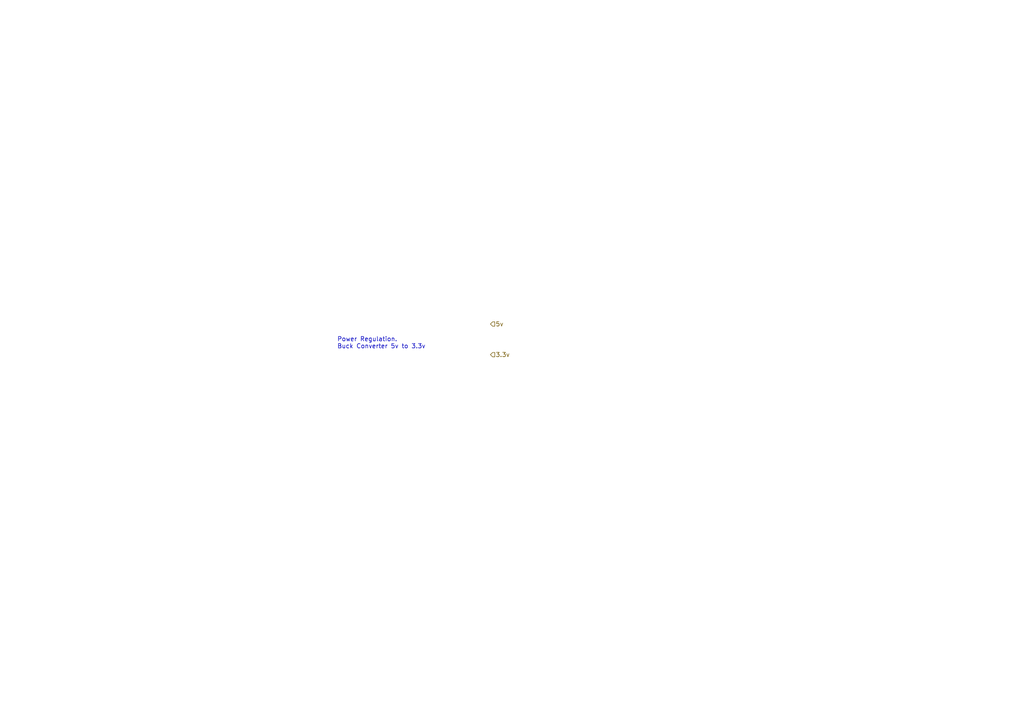
<source format=kicad_sch>
(kicad_sch
	(version 20250114)
	(generator "eeschema")
	(generator_version "9.0")
	(uuid "f14782a9-74f0-4b79-b235-64b38935fcc4")
	(paper "A4")
	(lib_symbols)
	(text "Power Regulation.\nBuck Converter 5v to 3.3v\n"
		(exclude_from_sim no)
		(at 97.79 99.568 0)
		(effects
			(font
				(size 1.27 1.27)
			)
			(justify left)
		)
		(uuid "9465db75-1792-401f-bad5-ceb4816ae4a0")
	)
	(hierarchical_label "3.3v"
		(shape input)
		(at 142.24 102.87 0)
		(effects
			(font
				(size 1.27 1.27)
			)
			(justify left)
		)
		(uuid "9b32d2cf-97f6-491a-86fb-388101641b9e")
	)
	(hierarchical_label "5v"
		(shape input)
		(at 142.24 93.98 0)
		(effects
			(font
				(size 1.27 1.27)
			)
			(justify left)
		)
		(uuid "bb6e74f4-ec74-4d40-9ebe-00f80b06a840")
	)
)

</source>
